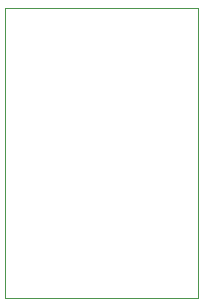
<source format=gbr>
%TF.GenerationSoftware,KiCad,Pcbnew,8.0.1*%
%TF.CreationDate,2025-01-22T18:21:48-07:00*%
%TF.ProjectId,AlcoholSensor_MQ,416c636f-686f-46c5-9365-6e736f725f4d,rev?*%
%TF.SameCoordinates,Original*%
%TF.FileFunction,Profile,NP*%
%FSLAX46Y46*%
G04 Gerber Fmt 4.6, Leading zero omitted, Abs format (unit mm)*
G04 Created by KiCad (PCBNEW 8.0.1) date 2025-01-22 18:21:48*
%MOMM*%
%LPD*%
G01*
G04 APERTURE LIST*
%TA.AperFunction,Profile*%
%ADD10C,0.050000*%
%TD*%
G04 APERTURE END LIST*
D10*
X166050000Y-85310000D02*
X182410000Y-85310000D01*
X182410000Y-109910000D01*
X166050000Y-109910000D01*
X166050000Y-85310000D01*
M02*

</source>
